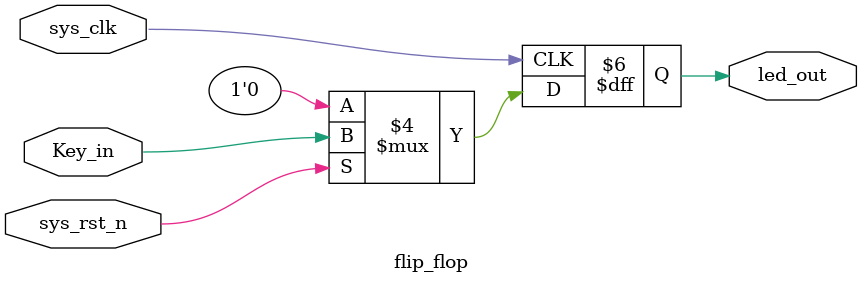
<source format=v>
module flip_flop
(
	input 	wire    sys_clk,	//50MHZ
	input	wire    sys_rst_n,	
	input	wire 	Key_in,
	
	output	reg		led_out
);

always@(posedge sys_clk)   // or negedge sys_rst_n)		
	if(sys_rst_n == 1'b0)
		led_out <= 1'b0;		
	else
		led_out <= Key_in;

endmodule
</source>
